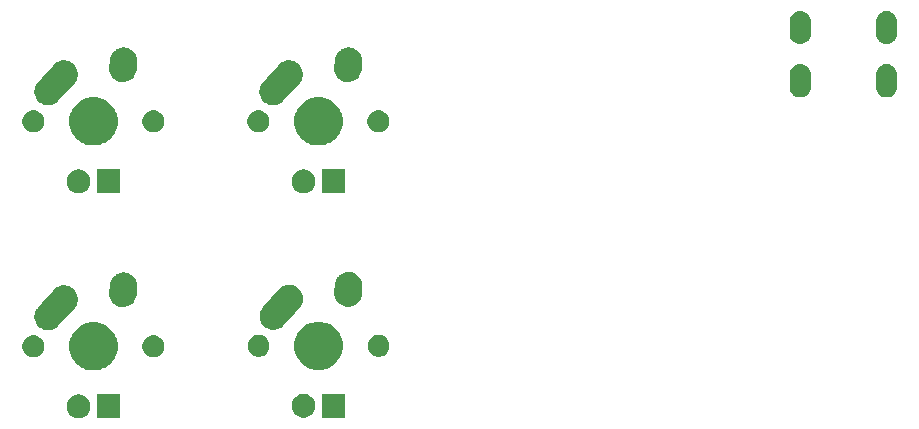
<source format=gbs>
G04 #@! TF.GenerationSoftware,KiCad,Pcbnew,(5.1.4)-1*
G04 #@! TF.CreationDate,2022-05-24T18:09:22-07:00*
G04 #@! TF.ProjectId,pcb-keyb-tut,7063622d-6b65-4796-922d-7475742e6b69,rev?*
G04 #@! TF.SameCoordinates,Original*
G04 #@! TF.FileFunction,Soldermask,Bot*
G04 #@! TF.FilePolarity,Negative*
%FSLAX46Y46*%
G04 Gerber Fmt 4.6, Leading zero omitted, Abs format (unit mm)*
G04 Created by KiCad (PCBNEW (5.1.4)-1) date 2022-05-24 18:09:22*
%MOMM*%
%LPD*%
G04 APERTURE LIST*
%ADD10C,0.100000*%
G04 APERTURE END LIST*
D10*
G36*
X69742250Y-148164750D02*
G01*
X67735250Y-148164750D01*
X67735250Y-146157750D01*
X69742250Y-146157750D01*
X69742250Y-148164750D01*
X69742250Y-148164750D01*
G37*
G36*
X66325175Y-146163238D02*
G01*
X66491460Y-146196313D01*
X66674086Y-146271959D01*
X66838444Y-146381780D01*
X66978220Y-146521556D01*
X67088041Y-146685914D01*
X67163687Y-146868540D01*
X67202250Y-147062414D01*
X67202250Y-147260086D01*
X67163687Y-147453960D01*
X67088041Y-147636586D01*
X66978220Y-147800944D01*
X66838444Y-147940720D01*
X66674086Y-148050541D01*
X66491460Y-148126187D01*
X66325175Y-148159262D01*
X66297587Y-148164750D01*
X66099913Y-148164750D01*
X66072325Y-148159262D01*
X65906040Y-148126187D01*
X65723414Y-148050541D01*
X65559056Y-147940720D01*
X65419280Y-147800944D01*
X65309459Y-147636586D01*
X65233813Y-147453960D01*
X65195250Y-147260086D01*
X65195250Y-147062414D01*
X65233813Y-146868540D01*
X65309459Y-146685914D01*
X65419280Y-146521556D01*
X65559056Y-146381780D01*
X65723414Y-146271959D01*
X65906040Y-146196313D01*
X66072325Y-146163238D01*
X66099913Y-146157750D01*
X66297587Y-146157750D01*
X66325175Y-146163238D01*
X66325175Y-146163238D01*
G37*
G36*
X88800500Y-148124500D02*
G01*
X86793500Y-148124500D01*
X86793500Y-146117500D01*
X88800500Y-146117500D01*
X88800500Y-148124500D01*
X88800500Y-148124500D01*
G37*
G36*
X85383425Y-146122988D02*
G01*
X85549710Y-146156063D01*
X85732336Y-146231709D01*
X85896694Y-146341530D01*
X86036470Y-146481306D01*
X86146291Y-146645664D01*
X86221937Y-146828290D01*
X86260500Y-147022164D01*
X86260500Y-147219836D01*
X86221937Y-147413710D01*
X86146291Y-147596336D01*
X86036470Y-147760694D01*
X85896694Y-147900470D01*
X85732336Y-148010291D01*
X85549710Y-148085937D01*
X85383425Y-148119012D01*
X85355837Y-148124500D01*
X85158163Y-148124500D01*
X85130575Y-148119012D01*
X84964290Y-148085937D01*
X84781664Y-148010291D01*
X84617306Y-147900470D01*
X84477530Y-147760694D01*
X84367709Y-147596336D01*
X84292063Y-147413710D01*
X84253500Y-147219836D01*
X84253500Y-147022164D01*
X84292063Y-146828290D01*
X84367709Y-146645664D01*
X84477530Y-146481306D01*
X84617306Y-146341530D01*
X84781664Y-146231709D01*
X84964290Y-146156063D01*
X85130575Y-146122988D01*
X85158163Y-146117500D01*
X85355837Y-146117500D01*
X85383425Y-146122988D01*
X85383425Y-146122988D01*
G37*
G36*
X68065224Y-140114934D02*
G01*
X68283224Y-140205233D01*
X68437373Y-140269083D01*
X68772298Y-140492873D01*
X69057127Y-140777702D01*
X69280917Y-141112627D01*
X69313312Y-141190836D01*
X69435066Y-141484776D01*
X69513650Y-141879844D01*
X69513650Y-142282656D01*
X69435066Y-142677724D01*
X69384201Y-142800522D01*
X69280917Y-143049873D01*
X69057127Y-143384798D01*
X68772298Y-143669627D01*
X68437373Y-143893417D01*
X68283224Y-143957267D01*
X68065224Y-144047566D01*
X67670156Y-144126150D01*
X67267344Y-144126150D01*
X66872276Y-144047566D01*
X66654276Y-143957267D01*
X66500127Y-143893417D01*
X66165202Y-143669627D01*
X65880373Y-143384798D01*
X65656583Y-143049873D01*
X65553299Y-142800522D01*
X65502434Y-142677724D01*
X65423850Y-142282656D01*
X65423850Y-141879844D01*
X65502434Y-141484776D01*
X65624188Y-141190836D01*
X65656583Y-141112627D01*
X65880373Y-140777702D01*
X66165202Y-140492873D01*
X66500127Y-140269083D01*
X66654276Y-140205233D01*
X66872276Y-140114934D01*
X67267344Y-140036350D01*
X67670156Y-140036350D01*
X68065224Y-140114934D01*
X68065224Y-140114934D01*
G37*
G36*
X87123474Y-140074684D02*
G01*
X87220648Y-140114935D01*
X87495623Y-140228833D01*
X87830548Y-140452623D01*
X88115377Y-140737452D01*
X88339167Y-141072377D01*
X88371562Y-141150586D01*
X88493316Y-141444526D01*
X88571900Y-141839594D01*
X88571900Y-142242406D01*
X88493316Y-142637474D01*
X88425779Y-142800522D01*
X88339167Y-143009623D01*
X88115377Y-143344548D01*
X87830548Y-143629377D01*
X87495623Y-143853167D01*
X87398450Y-143893417D01*
X87123474Y-144007316D01*
X86728406Y-144085900D01*
X86325594Y-144085900D01*
X85930526Y-144007316D01*
X85655550Y-143893417D01*
X85558377Y-143853167D01*
X85223452Y-143629377D01*
X84938623Y-143344548D01*
X84714833Y-143009623D01*
X84628221Y-142800522D01*
X84560684Y-142637474D01*
X84482100Y-142242406D01*
X84482100Y-141839594D01*
X84560684Y-141444526D01*
X84682438Y-141150586D01*
X84714833Y-141072377D01*
X84938623Y-140737452D01*
X85223452Y-140452623D01*
X85558377Y-140228833D01*
X85833352Y-140114935D01*
X85930526Y-140074684D01*
X86325594Y-139996100D01*
X86728406Y-139996100D01*
X87123474Y-140074684D01*
X87123474Y-140074684D01*
G37*
G36*
X62658854Y-141190835D02*
G01*
X62827376Y-141260639D01*
X62979041Y-141361978D01*
X63108022Y-141490959D01*
X63209361Y-141642624D01*
X63279165Y-141811146D01*
X63314750Y-141990047D01*
X63314750Y-142172453D01*
X63279165Y-142351354D01*
X63209361Y-142519876D01*
X63108022Y-142671541D01*
X62979041Y-142800522D01*
X62827376Y-142901861D01*
X62658854Y-142971665D01*
X62479953Y-143007250D01*
X62297547Y-143007250D01*
X62118646Y-142971665D01*
X61950124Y-142901861D01*
X61798459Y-142800522D01*
X61669478Y-142671541D01*
X61568139Y-142519876D01*
X61498335Y-142351354D01*
X61462750Y-142172453D01*
X61462750Y-141990047D01*
X61498335Y-141811146D01*
X61568139Y-141642624D01*
X61669478Y-141490959D01*
X61798459Y-141361978D01*
X61950124Y-141260639D01*
X62118646Y-141190835D01*
X62297547Y-141155250D01*
X62479953Y-141155250D01*
X62658854Y-141190835D01*
X62658854Y-141190835D01*
G37*
G36*
X72818854Y-141190835D02*
G01*
X72987376Y-141260639D01*
X73139041Y-141361978D01*
X73268022Y-141490959D01*
X73369361Y-141642624D01*
X73439165Y-141811146D01*
X73474750Y-141990047D01*
X73474750Y-142172453D01*
X73439165Y-142351354D01*
X73369361Y-142519876D01*
X73268022Y-142671541D01*
X73139041Y-142800522D01*
X72987376Y-142901861D01*
X72818854Y-142971665D01*
X72639953Y-143007250D01*
X72457547Y-143007250D01*
X72278646Y-142971665D01*
X72110124Y-142901861D01*
X71958459Y-142800522D01*
X71829478Y-142671541D01*
X71728139Y-142519876D01*
X71658335Y-142351354D01*
X71622750Y-142172453D01*
X71622750Y-141990047D01*
X71658335Y-141811146D01*
X71728139Y-141642624D01*
X71829478Y-141490959D01*
X71958459Y-141361978D01*
X72110124Y-141260639D01*
X72278646Y-141190835D01*
X72457547Y-141155250D01*
X72639953Y-141155250D01*
X72818854Y-141190835D01*
X72818854Y-141190835D01*
G37*
G36*
X91877104Y-141150585D02*
G01*
X92045626Y-141220389D01*
X92197291Y-141321728D01*
X92326272Y-141450709D01*
X92427611Y-141602374D01*
X92497415Y-141770896D01*
X92533000Y-141949797D01*
X92533000Y-142132203D01*
X92497415Y-142311104D01*
X92427611Y-142479626D01*
X92326272Y-142631291D01*
X92197291Y-142760272D01*
X92045626Y-142861611D01*
X91877104Y-142931415D01*
X91698203Y-142967000D01*
X91515797Y-142967000D01*
X91336896Y-142931415D01*
X91168374Y-142861611D01*
X91016709Y-142760272D01*
X90887728Y-142631291D01*
X90786389Y-142479626D01*
X90716585Y-142311104D01*
X90681000Y-142132203D01*
X90681000Y-141949797D01*
X90716585Y-141770896D01*
X90786389Y-141602374D01*
X90887728Y-141450709D01*
X91016709Y-141321728D01*
X91168374Y-141220389D01*
X91336896Y-141150585D01*
X91515797Y-141115000D01*
X91698203Y-141115000D01*
X91877104Y-141150585D01*
X91877104Y-141150585D01*
G37*
G36*
X81717104Y-141150585D02*
G01*
X81885626Y-141220389D01*
X82037291Y-141321728D01*
X82166272Y-141450709D01*
X82267611Y-141602374D01*
X82337415Y-141770896D01*
X82373000Y-141949797D01*
X82373000Y-142132203D01*
X82337415Y-142311104D01*
X82267611Y-142479626D01*
X82166272Y-142631291D01*
X82037291Y-142760272D01*
X81885626Y-142861611D01*
X81717104Y-142931415D01*
X81538203Y-142967000D01*
X81355797Y-142967000D01*
X81176896Y-142931415D01*
X81008374Y-142861611D01*
X80856709Y-142760272D01*
X80727728Y-142631291D01*
X80626389Y-142479626D01*
X80556585Y-142311104D01*
X80521000Y-142132203D01*
X80521000Y-141949797D01*
X80556585Y-141770896D01*
X80626389Y-141602374D01*
X80727728Y-141450709D01*
X80856709Y-141321728D01*
X81008374Y-141220389D01*
X81176896Y-141150585D01*
X81355797Y-141115000D01*
X81538203Y-141115000D01*
X81717104Y-141150585D01*
X81717104Y-141150585D01*
G37*
G36*
X64991955Y-136905131D02*
G01*
X64997395Y-136905250D01*
X65084578Y-136905250D01*
X65100847Y-136908486D01*
X65119706Y-136910765D01*
X65136282Y-136911496D01*
X65220973Y-136932260D01*
X65226268Y-136933434D01*
X65311777Y-136950443D01*
X65327112Y-136956795D01*
X65345151Y-136962705D01*
X65361271Y-136966657D01*
X65440254Y-137003530D01*
X65445244Y-137005727D01*
X65525795Y-137039092D01*
X65539591Y-137048310D01*
X65556143Y-137057632D01*
X65571176Y-137064650D01*
X65641444Y-137116221D01*
X65645942Y-137119372D01*
X65718406Y-137167791D01*
X65730133Y-137179518D01*
X65744559Y-137191898D01*
X65757929Y-137201711D01*
X65783282Y-137229403D01*
X65816771Y-137265983D01*
X65820579Y-137269964D01*
X65882209Y-137331594D01*
X65891424Y-137345385D01*
X65903146Y-137360328D01*
X65914355Y-137372571D01*
X65959549Y-137447124D01*
X65962496Y-137451751D01*
X66010908Y-137524205D01*
X66017255Y-137539527D01*
X66025842Y-137556481D01*
X66034441Y-137570667D01*
X66064228Y-137652618D01*
X66066202Y-137657698D01*
X66097204Y-137732543D01*
X66099557Y-137738224D01*
X66102791Y-137754483D01*
X66107908Y-137772792D01*
X66113575Y-137788384D01*
X66126805Y-137874595D01*
X66127751Y-137879963D01*
X66144750Y-137965423D01*
X66144750Y-137982002D01*
X66146194Y-138000942D01*
X66148713Y-138017354D01*
X66144870Y-138104499D01*
X66144750Y-138109939D01*
X66144750Y-138197076D01*
X66142471Y-138208535D01*
X66141516Y-138213333D01*
X66139238Y-138232191D01*
X66138506Y-138248781D01*
X66117738Y-138333487D01*
X66116562Y-138338787D01*
X66099557Y-138424277D01*
X66093207Y-138439607D01*
X66087299Y-138457643D01*
X66083345Y-138473770D01*
X66046461Y-138552776D01*
X66044261Y-138557773D01*
X66010908Y-138638295D01*
X66001694Y-138652085D01*
X65992372Y-138668637D01*
X65985352Y-138683674D01*
X65933761Y-138753970D01*
X65930616Y-138758460D01*
X65882211Y-138830904D01*
X65825210Y-138887905D01*
X65820561Y-138892813D01*
X65181413Y-139605145D01*
X64495473Y-140369626D01*
X64367429Y-140486852D01*
X64316703Y-140517602D01*
X64169333Y-140606939D01*
X63951616Y-140686073D01*
X63722645Y-140721211D01*
X63491220Y-140711004D01*
X63266231Y-140655843D01*
X63161477Y-140606939D01*
X63056329Y-140557852D01*
X62959588Y-140486852D01*
X62869573Y-140420789D01*
X62785883Y-140329376D01*
X62713148Y-140249929D01*
X62631314Y-140114935D01*
X62593061Y-140051833D01*
X62513927Y-139834116D01*
X62478789Y-139605145D01*
X62488996Y-139373720D01*
X62544157Y-139148731D01*
X62595722Y-139038278D01*
X62642148Y-138938830D01*
X62671690Y-138898577D01*
X62744864Y-138798872D01*
X63528800Y-137925174D01*
X64031537Y-137364871D01*
X64042431Y-137350839D01*
X64055289Y-137331596D01*
X64112323Y-137274562D01*
X64116973Y-137269653D01*
X64132028Y-137252874D01*
X64153451Y-137233261D01*
X64157432Y-137229453D01*
X64219096Y-137167789D01*
X64232893Y-137158570D01*
X64247852Y-137146835D01*
X64260071Y-137135648D01*
X64308014Y-137106585D01*
X64334580Y-137090481D01*
X64339171Y-137087558D01*
X64411705Y-137039092D01*
X64427050Y-137032736D01*
X64443998Y-137024151D01*
X64458166Y-137015562D01*
X64458167Y-137015562D01*
X64458168Y-137015561D01*
X64540062Y-136985795D01*
X64545160Y-136983813D01*
X64625723Y-136950443D01*
X64642002Y-136947205D01*
X64660292Y-136942094D01*
X64675885Y-136936427D01*
X64762050Y-136923204D01*
X64767413Y-136922259D01*
X64852923Y-136905250D01*
X64869516Y-136905250D01*
X64888459Y-136903805D01*
X64904856Y-136901289D01*
X64991955Y-136905131D01*
X64991955Y-136905131D01*
G37*
G36*
X84050205Y-136864881D02*
G01*
X84055645Y-136865000D01*
X84142828Y-136865000D01*
X84159097Y-136868236D01*
X84177956Y-136870515D01*
X84194532Y-136871246D01*
X84279223Y-136892010D01*
X84284518Y-136893184D01*
X84370027Y-136910193D01*
X84385362Y-136916545D01*
X84403401Y-136922455D01*
X84419521Y-136926407D01*
X84498504Y-136963280D01*
X84503494Y-136965477D01*
X84584045Y-136998842D01*
X84597841Y-137008060D01*
X84614393Y-137017382D01*
X84629426Y-137024400D01*
X84699694Y-137075971D01*
X84704190Y-137079121D01*
X84760993Y-137117075D01*
X84776656Y-137127541D01*
X84788383Y-137139268D01*
X84802809Y-137151648D01*
X84816179Y-137161461D01*
X84853030Y-137201712D01*
X84875021Y-137225733D01*
X84878829Y-137229714D01*
X84940459Y-137291344D01*
X84949674Y-137305135D01*
X84961396Y-137320078D01*
X84972605Y-137332321D01*
X85017799Y-137406874D01*
X85020746Y-137411501D01*
X85069158Y-137483955D01*
X85075505Y-137499277D01*
X85084092Y-137516231D01*
X85092691Y-137530417D01*
X85122478Y-137612368D01*
X85124452Y-137617448D01*
X85157807Y-137697973D01*
X85157807Y-137697974D01*
X85161041Y-137714233D01*
X85166158Y-137732542D01*
X85171825Y-137748134D01*
X85185055Y-137834345D01*
X85186001Y-137839713D01*
X85203000Y-137925173D01*
X85203000Y-137941752D01*
X85204444Y-137960692D01*
X85206963Y-137977104D01*
X85203120Y-138064249D01*
X85203000Y-138069689D01*
X85203000Y-138156825D01*
X85199766Y-138173083D01*
X85197488Y-138191941D01*
X85196756Y-138208531D01*
X85175988Y-138293237D01*
X85174812Y-138298537D01*
X85157807Y-138384027D01*
X85151457Y-138399357D01*
X85145549Y-138417393D01*
X85141595Y-138433520D01*
X85104711Y-138512526D01*
X85102511Y-138517523D01*
X85069158Y-138598045D01*
X85059944Y-138611835D01*
X85050622Y-138628387D01*
X85043602Y-138643424D01*
X84992011Y-138713720D01*
X84988866Y-138718210D01*
X84940461Y-138790654D01*
X84883460Y-138847655D01*
X84878811Y-138852563D01*
X84515701Y-139257250D01*
X83553723Y-140329376D01*
X83425679Y-140446602D01*
X83359282Y-140486852D01*
X83227583Y-140566689D01*
X83009866Y-140645823D01*
X82780895Y-140680961D01*
X82549470Y-140670754D01*
X82324481Y-140615593D01*
X82219727Y-140566689D01*
X82114579Y-140517602D01*
X82017838Y-140446602D01*
X81927823Y-140380539D01*
X81808247Y-140249928D01*
X81771398Y-140209679D01*
X81689564Y-140074685D01*
X81651311Y-140011583D01*
X81572177Y-139793866D01*
X81537039Y-139564895D01*
X81547246Y-139333470D01*
X81602407Y-139108481D01*
X81655521Y-138994709D01*
X81700398Y-138898580D01*
X81704630Y-138892814D01*
X81803114Y-138758622D01*
X82480963Y-138003158D01*
X83089787Y-137324621D01*
X83100681Y-137310589D01*
X83113539Y-137291346D01*
X83170573Y-137234312D01*
X83175223Y-137229403D01*
X83190278Y-137212624D01*
X83211701Y-137193011D01*
X83215682Y-137189203D01*
X83277346Y-137127539D01*
X83291143Y-137118320D01*
X83306102Y-137106585D01*
X83318321Y-137095398D01*
X83369044Y-137064650D01*
X83392830Y-137050231D01*
X83397421Y-137047308D01*
X83469955Y-136998842D01*
X83485300Y-136992486D01*
X83502248Y-136983901D01*
X83504995Y-136982236D01*
X83516418Y-136975311D01*
X83598312Y-136945545D01*
X83603410Y-136943563D01*
X83683973Y-136910193D01*
X83700252Y-136906955D01*
X83718542Y-136901844D01*
X83734135Y-136896177D01*
X83820300Y-136882954D01*
X83825663Y-136882009D01*
X83911173Y-136865000D01*
X83927766Y-136865000D01*
X83946709Y-136863555D01*
X83963106Y-136861039D01*
X84050205Y-136864881D01*
X84050205Y-136864881D01*
G37*
G36*
X70096877Y-135823511D02*
G01*
X70117650Y-135825250D01*
X70124577Y-135825250D01*
X70219504Y-135844132D01*
X70223098Y-135844792D01*
X70318480Y-135860874D01*
X70324953Y-135863335D01*
X70344978Y-135869091D01*
X70351777Y-135870443D01*
X70414164Y-135896284D01*
X70441193Y-135907480D01*
X70444594Y-135908831D01*
X70535005Y-135943211D01*
X70540877Y-135946890D01*
X70559386Y-135956437D01*
X70565795Y-135959092D01*
X70646313Y-136012892D01*
X70649304Y-136014828D01*
X70731307Y-136066209D01*
X70736334Y-136070950D01*
X70752646Y-136083941D01*
X70758402Y-136087787D01*
X70826860Y-136156245D01*
X70829439Y-136158749D01*
X70899840Y-136225139D01*
X70903845Y-136230769D01*
X70917309Y-136246694D01*
X70922209Y-136251594D01*
X70975994Y-136332089D01*
X70978041Y-136335057D01*
X71034130Y-136413895D01*
X71036964Y-136420208D01*
X71047058Y-136438443D01*
X71050908Y-136444205D01*
X71087970Y-136533680D01*
X71089374Y-136536935D01*
X71129015Y-136625223D01*
X71130565Y-136631975D01*
X71136902Y-136651812D01*
X71139557Y-136658223D01*
X71150436Y-136712917D01*
X71158442Y-136753167D01*
X71159188Y-136756651D01*
X71180848Y-136851001D01*
X71180848Y-136851004D01*
X71181050Y-136857904D01*
X71183397Y-136878620D01*
X71184750Y-136885424D01*
X71184750Y-136982236D01*
X71184803Y-136985834D01*
X71185938Y-137024527D01*
X71185045Y-137037475D01*
X71184750Y-137046047D01*
X71184750Y-137117076D01*
X71178831Y-137146835D01*
X71178354Y-137149229D01*
X71176250Y-137165000D01*
X71137988Y-137719795D01*
X71109126Y-137890980D01*
X71026788Y-138107505D01*
X70903791Y-138303807D01*
X70744861Y-138472340D01*
X70556105Y-138606630D01*
X70344777Y-138701515D01*
X70118999Y-138753348D01*
X69887448Y-138760139D01*
X69887447Y-138760139D01*
X69841762Y-138752436D01*
X69659020Y-138721626D01*
X69442495Y-138639288D01*
X69246193Y-138516291D01*
X69077660Y-138357361D01*
X68943370Y-138168605D01*
X68848485Y-137957277D01*
X68796652Y-137731499D01*
X68791562Y-137557973D01*
X68832454Y-136965044D01*
X68832750Y-136956446D01*
X68832750Y-136885425D01*
X68837269Y-136862705D01*
X68851638Y-136790469D01*
X68852294Y-136786895D01*
X68857981Y-136753167D01*
X68868374Y-136691520D01*
X68870835Y-136685049D01*
X68876592Y-136665017D01*
X68877943Y-136658224D01*
X68880593Y-136651826D01*
X68915014Y-136568726D01*
X68916303Y-136565480D01*
X68950712Y-136474995D01*
X68954386Y-136469131D01*
X68963937Y-136450615D01*
X68966592Y-136444205D01*
X69020407Y-136363665D01*
X69022327Y-136360699D01*
X69073709Y-136278693D01*
X69078461Y-136273654D01*
X69091439Y-136257357D01*
X69095287Y-136251598D01*
X69163743Y-136183142D01*
X69166296Y-136180512D01*
X69186773Y-136158798D01*
X69232639Y-136110160D01*
X69238271Y-136106153D01*
X69254197Y-136092688D01*
X69259096Y-136087789D01*
X69339574Y-136034016D01*
X69342556Y-136031960D01*
X69421395Y-135975870D01*
X69427705Y-135973037D01*
X69445944Y-135962941D01*
X69451701Y-135959094D01*
X69451704Y-135959093D01*
X69451705Y-135959092D01*
X69541179Y-135922031D01*
X69544437Y-135920625D01*
X69632723Y-135880985D01*
X69639475Y-135879435D01*
X69659312Y-135873098D01*
X69665723Y-135870443D01*
X69760649Y-135851561D01*
X69764196Y-135850801D01*
X69858501Y-135829151D01*
X69860880Y-135829081D01*
X69865415Y-135828948D01*
X69886131Y-135826601D01*
X69892924Y-135825250D01*
X69989709Y-135825250D01*
X69993334Y-135825197D01*
X70090052Y-135822360D01*
X70096877Y-135823511D01*
X70096877Y-135823511D01*
G37*
G36*
X89155127Y-135783261D02*
G01*
X89175900Y-135785000D01*
X89182827Y-135785000D01*
X89277754Y-135803882D01*
X89281348Y-135804542D01*
X89376730Y-135820624D01*
X89383203Y-135823085D01*
X89403228Y-135828841D01*
X89410027Y-135830193D01*
X89459762Y-135850794D01*
X89499443Y-135867230D01*
X89502844Y-135868581D01*
X89593255Y-135902961D01*
X89599127Y-135906640D01*
X89617636Y-135916187D01*
X89624045Y-135918842D01*
X89704563Y-135972642D01*
X89707554Y-135974578D01*
X89789557Y-136025959D01*
X89794584Y-136030700D01*
X89810896Y-136043691D01*
X89816652Y-136047537D01*
X89885110Y-136115995D01*
X89887689Y-136118499D01*
X89958090Y-136184889D01*
X89962095Y-136190519D01*
X89975559Y-136206444D01*
X89980459Y-136211344D01*
X90025462Y-136278695D01*
X90034244Y-136291839D01*
X90036291Y-136294807D01*
X90092380Y-136373645D01*
X90095214Y-136379958D01*
X90105308Y-136398193D01*
X90109158Y-136403955D01*
X90146220Y-136493430D01*
X90147624Y-136496685D01*
X90187265Y-136584973D01*
X90188815Y-136591725D01*
X90195152Y-136611562D01*
X90197807Y-136617973D01*
X90216692Y-136712917D01*
X90217438Y-136716401D01*
X90239098Y-136810751D01*
X90239098Y-136810754D01*
X90239300Y-136817654D01*
X90241647Y-136838370D01*
X90243000Y-136845174D01*
X90243000Y-136941986D01*
X90243053Y-136945584D01*
X90244188Y-136984277D01*
X90243295Y-136997225D01*
X90243000Y-137005797D01*
X90243000Y-137076826D01*
X90237081Y-137106585D01*
X90236604Y-137108979D01*
X90234500Y-137124750D01*
X90196238Y-137679545D01*
X90167376Y-137850730D01*
X90085038Y-138067255D01*
X89962041Y-138263557D01*
X89803111Y-138432090D01*
X89614355Y-138566380D01*
X89403027Y-138661265D01*
X89177249Y-138713098D01*
X88945698Y-138719889D01*
X88945697Y-138719889D01*
X88900012Y-138712186D01*
X88717270Y-138681376D01*
X88500745Y-138599038D01*
X88304443Y-138476041D01*
X88135910Y-138317111D01*
X88001620Y-138128355D01*
X87906735Y-137917027D01*
X87854902Y-137691249D01*
X87849812Y-137517723D01*
X87890704Y-136924794D01*
X87891000Y-136916196D01*
X87891000Y-136845175D01*
X87897847Y-136810751D01*
X87909888Y-136750219D01*
X87910544Y-136746645D01*
X87916231Y-136712917D01*
X87926624Y-136651270D01*
X87929085Y-136644799D01*
X87934842Y-136624767D01*
X87936193Y-136617974D01*
X87938843Y-136611576D01*
X87973264Y-136528476D01*
X87974553Y-136525230D01*
X88008962Y-136434745D01*
X88012636Y-136428881D01*
X88022187Y-136410365D01*
X88024842Y-136403955D01*
X88078657Y-136323415D01*
X88080577Y-136320449D01*
X88131959Y-136238443D01*
X88136711Y-136233404D01*
X88149689Y-136217107D01*
X88153537Y-136211348D01*
X88221993Y-136142892D01*
X88224546Y-136140262D01*
X88245023Y-136118548D01*
X88290889Y-136069910D01*
X88296521Y-136065903D01*
X88312447Y-136052438D01*
X88317346Y-136047539D01*
X88397824Y-135993766D01*
X88400806Y-135991710D01*
X88479645Y-135935620D01*
X88485955Y-135932787D01*
X88504194Y-135922691D01*
X88509951Y-135918844D01*
X88509954Y-135918843D01*
X88509955Y-135918842D01*
X88599429Y-135881781D01*
X88602687Y-135880375D01*
X88690973Y-135840735D01*
X88697725Y-135839185D01*
X88717562Y-135832848D01*
X88723973Y-135830193D01*
X88818899Y-135811311D01*
X88822446Y-135810551D01*
X88916751Y-135788901D01*
X88919130Y-135788831D01*
X88923665Y-135788698D01*
X88944381Y-135786351D01*
X88951174Y-135785000D01*
X89047959Y-135785000D01*
X89051584Y-135784947D01*
X89148302Y-135782110D01*
X89155127Y-135783261D01*
X89155127Y-135783261D01*
G37*
G36*
X85375175Y-127113238D02*
G01*
X85541460Y-127146313D01*
X85724086Y-127221959D01*
X85888444Y-127331780D01*
X86028220Y-127471556D01*
X86138041Y-127635914D01*
X86213687Y-127818540D01*
X86252250Y-128012414D01*
X86252250Y-128210086D01*
X86213687Y-128403960D01*
X86138041Y-128586586D01*
X86028220Y-128750944D01*
X85888444Y-128890720D01*
X85724086Y-129000541D01*
X85541460Y-129076187D01*
X85375175Y-129109262D01*
X85347587Y-129114750D01*
X85149913Y-129114750D01*
X85122325Y-129109262D01*
X84956040Y-129076187D01*
X84773414Y-129000541D01*
X84609056Y-128890720D01*
X84469280Y-128750944D01*
X84359459Y-128586586D01*
X84283813Y-128403960D01*
X84245250Y-128210086D01*
X84245250Y-128012414D01*
X84283813Y-127818540D01*
X84359459Y-127635914D01*
X84469280Y-127471556D01*
X84609056Y-127331780D01*
X84773414Y-127221959D01*
X84956040Y-127146313D01*
X85122325Y-127113238D01*
X85149913Y-127107750D01*
X85347587Y-127107750D01*
X85375175Y-127113238D01*
X85375175Y-127113238D01*
G37*
G36*
X88792250Y-129114750D02*
G01*
X86785250Y-129114750D01*
X86785250Y-127107750D01*
X88792250Y-127107750D01*
X88792250Y-129114750D01*
X88792250Y-129114750D01*
G37*
G36*
X66325175Y-127113238D02*
G01*
X66491460Y-127146313D01*
X66674086Y-127221959D01*
X66838444Y-127331780D01*
X66978220Y-127471556D01*
X67088041Y-127635914D01*
X67163687Y-127818540D01*
X67202250Y-128012414D01*
X67202250Y-128210086D01*
X67163687Y-128403960D01*
X67088041Y-128586586D01*
X66978220Y-128750944D01*
X66838444Y-128890720D01*
X66674086Y-129000541D01*
X66491460Y-129076187D01*
X66325175Y-129109262D01*
X66297587Y-129114750D01*
X66099913Y-129114750D01*
X66072325Y-129109262D01*
X65906040Y-129076187D01*
X65723414Y-129000541D01*
X65559056Y-128890720D01*
X65419280Y-128750944D01*
X65309459Y-128586586D01*
X65233813Y-128403960D01*
X65195250Y-128210086D01*
X65195250Y-128012414D01*
X65233813Y-127818540D01*
X65309459Y-127635914D01*
X65419280Y-127471556D01*
X65559056Y-127331780D01*
X65723414Y-127221959D01*
X65906040Y-127146313D01*
X66072325Y-127113238D01*
X66099913Y-127107750D01*
X66297587Y-127107750D01*
X66325175Y-127113238D01*
X66325175Y-127113238D01*
G37*
G36*
X69742250Y-129114750D02*
G01*
X67735250Y-129114750D01*
X67735250Y-127107750D01*
X69742250Y-127107750D01*
X69742250Y-129114750D01*
X69742250Y-129114750D01*
G37*
G36*
X87115224Y-121064934D02*
G01*
X87333224Y-121155233D01*
X87487373Y-121219083D01*
X87822298Y-121442873D01*
X88107127Y-121727702D01*
X88330917Y-122062627D01*
X88363312Y-122140836D01*
X88485066Y-122434776D01*
X88563650Y-122829844D01*
X88563650Y-123232656D01*
X88485066Y-123627724D01*
X88434201Y-123750522D01*
X88330917Y-123999873D01*
X88107127Y-124334798D01*
X87822298Y-124619627D01*
X87487373Y-124843417D01*
X87333224Y-124907267D01*
X87115224Y-124997566D01*
X86720156Y-125076150D01*
X86317344Y-125076150D01*
X85922276Y-124997566D01*
X85704276Y-124907267D01*
X85550127Y-124843417D01*
X85215202Y-124619627D01*
X84930373Y-124334798D01*
X84706583Y-123999873D01*
X84603299Y-123750522D01*
X84552434Y-123627724D01*
X84473850Y-123232656D01*
X84473850Y-122829844D01*
X84552434Y-122434776D01*
X84674188Y-122140836D01*
X84706583Y-122062627D01*
X84930373Y-121727702D01*
X85215202Y-121442873D01*
X85550127Y-121219083D01*
X85704276Y-121155233D01*
X85922276Y-121064934D01*
X86317344Y-120986350D01*
X86720156Y-120986350D01*
X87115224Y-121064934D01*
X87115224Y-121064934D01*
G37*
G36*
X68065224Y-121064934D02*
G01*
X68283224Y-121155233D01*
X68437373Y-121219083D01*
X68772298Y-121442873D01*
X69057127Y-121727702D01*
X69280917Y-122062627D01*
X69313312Y-122140836D01*
X69435066Y-122434776D01*
X69513650Y-122829844D01*
X69513650Y-123232656D01*
X69435066Y-123627724D01*
X69384201Y-123750522D01*
X69280917Y-123999873D01*
X69057127Y-124334798D01*
X68772298Y-124619627D01*
X68437373Y-124843417D01*
X68283224Y-124907267D01*
X68065224Y-124997566D01*
X67670156Y-125076150D01*
X67267344Y-125076150D01*
X66872276Y-124997566D01*
X66654276Y-124907267D01*
X66500127Y-124843417D01*
X66165202Y-124619627D01*
X65880373Y-124334798D01*
X65656583Y-123999873D01*
X65553299Y-123750522D01*
X65502434Y-123627724D01*
X65423850Y-123232656D01*
X65423850Y-122829844D01*
X65502434Y-122434776D01*
X65624188Y-122140836D01*
X65656583Y-122062627D01*
X65880373Y-121727702D01*
X66165202Y-121442873D01*
X66500127Y-121219083D01*
X66654276Y-121155233D01*
X66872276Y-121064934D01*
X67267344Y-120986350D01*
X67670156Y-120986350D01*
X68065224Y-121064934D01*
X68065224Y-121064934D01*
G37*
G36*
X91868854Y-122140835D02*
G01*
X92037376Y-122210639D01*
X92189041Y-122311978D01*
X92318022Y-122440959D01*
X92419361Y-122592624D01*
X92489165Y-122761146D01*
X92524750Y-122940047D01*
X92524750Y-123122453D01*
X92489165Y-123301354D01*
X92419361Y-123469876D01*
X92318022Y-123621541D01*
X92189041Y-123750522D01*
X92037376Y-123851861D01*
X91868854Y-123921665D01*
X91689953Y-123957250D01*
X91507547Y-123957250D01*
X91328646Y-123921665D01*
X91160124Y-123851861D01*
X91008459Y-123750522D01*
X90879478Y-123621541D01*
X90778139Y-123469876D01*
X90708335Y-123301354D01*
X90672750Y-123122453D01*
X90672750Y-122940047D01*
X90708335Y-122761146D01*
X90778139Y-122592624D01*
X90879478Y-122440959D01*
X91008459Y-122311978D01*
X91160124Y-122210639D01*
X91328646Y-122140835D01*
X91507547Y-122105250D01*
X91689953Y-122105250D01*
X91868854Y-122140835D01*
X91868854Y-122140835D01*
G37*
G36*
X81708854Y-122140835D02*
G01*
X81877376Y-122210639D01*
X82029041Y-122311978D01*
X82158022Y-122440959D01*
X82259361Y-122592624D01*
X82329165Y-122761146D01*
X82364750Y-122940047D01*
X82364750Y-123122453D01*
X82329165Y-123301354D01*
X82259361Y-123469876D01*
X82158022Y-123621541D01*
X82029041Y-123750522D01*
X81877376Y-123851861D01*
X81708854Y-123921665D01*
X81529953Y-123957250D01*
X81347547Y-123957250D01*
X81168646Y-123921665D01*
X81000124Y-123851861D01*
X80848459Y-123750522D01*
X80719478Y-123621541D01*
X80618139Y-123469876D01*
X80548335Y-123301354D01*
X80512750Y-123122453D01*
X80512750Y-122940047D01*
X80548335Y-122761146D01*
X80618139Y-122592624D01*
X80719478Y-122440959D01*
X80848459Y-122311978D01*
X81000124Y-122210639D01*
X81168646Y-122140835D01*
X81347547Y-122105250D01*
X81529953Y-122105250D01*
X81708854Y-122140835D01*
X81708854Y-122140835D01*
G37*
G36*
X72818854Y-122140835D02*
G01*
X72987376Y-122210639D01*
X73139041Y-122311978D01*
X73268022Y-122440959D01*
X73369361Y-122592624D01*
X73439165Y-122761146D01*
X73474750Y-122940047D01*
X73474750Y-123122453D01*
X73439165Y-123301354D01*
X73369361Y-123469876D01*
X73268022Y-123621541D01*
X73139041Y-123750522D01*
X72987376Y-123851861D01*
X72818854Y-123921665D01*
X72639953Y-123957250D01*
X72457547Y-123957250D01*
X72278646Y-123921665D01*
X72110124Y-123851861D01*
X71958459Y-123750522D01*
X71829478Y-123621541D01*
X71728139Y-123469876D01*
X71658335Y-123301354D01*
X71622750Y-123122453D01*
X71622750Y-122940047D01*
X71658335Y-122761146D01*
X71728139Y-122592624D01*
X71829478Y-122440959D01*
X71958459Y-122311978D01*
X72110124Y-122210639D01*
X72278646Y-122140835D01*
X72457547Y-122105250D01*
X72639953Y-122105250D01*
X72818854Y-122140835D01*
X72818854Y-122140835D01*
G37*
G36*
X62658854Y-122140835D02*
G01*
X62827376Y-122210639D01*
X62979041Y-122311978D01*
X63108022Y-122440959D01*
X63209361Y-122592624D01*
X63279165Y-122761146D01*
X63314750Y-122940047D01*
X63314750Y-123122453D01*
X63279165Y-123301354D01*
X63209361Y-123469876D01*
X63108022Y-123621541D01*
X62979041Y-123750522D01*
X62827376Y-123851861D01*
X62658854Y-123921665D01*
X62479953Y-123957250D01*
X62297547Y-123957250D01*
X62118646Y-123921665D01*
X61950124Y-123851861D01*
X61798459Y-123750522D01*
X61669478Y-123621541D01*
X61568139Y-123469876D01*
X61498335Y-123301354D01*
X61462750Y-123122453D01*
X61462750Y-122940047D01*
X61498335Y-122761146D01*
X61568139Y-122592624D01*
X61669478Y-122440959D01*
X61798459Y-122311978D01*
X61950124Y-122210639D01*
X62118646Y-122140835D01*
X62297547Y-122105250D01*
X62479953Y-122105250D01*
X62658854Y-122140835D01*
X62658854Y-122140835D01*
G37*
G36*
X84041955Y-117855131D02*
G01*
X84047395Y-117855250D01*
X84134578Y-117855250D01*
X84150847Y-117858486D01*
X84169706Y-117860765D01*
X84186282Y-117861496D01*
X84270973Y-117882260D01*
X84276268Y-117883434D01*
X84361777Y-117900443D01*
X84377112Y-117906795D01*
X84395151Y-117912705D01*
X84411271Y-117916657D01*
X84490254Y-117953530D01*
X84495244Y-117955727D01*
X84575795Y-117989092D01*
X84589591Y-117998310D01*
X84606143Y-118007632D01*
X84621176Y-118014650D01*
X84691444Y-118066221D01*
X84695942Y-118069372D01*
X84768406Y-118117791D01*
X84780133Y-118129518D01*
X84794559Y-118141898D01*
X84807929Y-118151711D01*
X84857437Y-118205787D01*
X84866771Y-118215983D01*
X84870579Y-118219964D01*
X84932209Y-118281594D01*
X84941424Y-118295385D01*
X84953146Y-118310328D01*
X84964355Y-118322571D01*
X85009549Y-118397124D01*
X85012496Y-118401751D01*
X85060908Y-118474205D01*
X85067255Y-118489527D01*
X85075842Y-118506481D01*
X85084441Y-118520667D01*
X85114228Y-118602618D01*
X85116202Y-118607698D01*
X85149557Y-118688223D01*
X85149557Y-118688224D01*
X85152791Y-118704483D01*
X85157908Y-118722792D01*
X85163575Y-118738384D01*
X85176805Y-118824595D01*
X85177751Y-118829963D01*
X85194750Y-118915423D01*
X85194750Y-118932002D01*
X85196194Y-118950942D01*
X85198713Y-118967354D01*
X85194870Y-119054499D01*
X85194750Y-119059939D01*
X85194750Y-119147075D01*
X85191516Y-119163333D01*
X85189238Y-119182191D01*
X85188506Y-119198781D01*
X85167738Y-119283487D01*
X85166562Y-119288787D01*
X85149557Y-119374277D01*
X85143207Y-119389607D01*
X85137299Y-119407643D01*
X85133345Y-119423770D01*
X85096461Y-119502776D01*
X85094261Y-119507773D01*
X85060908Y-119588295D01*
X85051694Y-119602085D01*
X85042372Y-119618637D01*
X85035352Y-119633674D01*
X84983761Y-119703970D01*
X84980616Y-119708460D01*
X84932211Y-119780904D01*
X84875210Y-119837905D01*
X84870561Y-119842813D01*
X84486927Y-120270374D01*
X83545473Y-121319626D01*
X83417429Y-121436852D01*
X83318381Y-121496895D01*
X83219333Y-121556939D01*
X83001616Y-121636073D01*
X82772645Y-121671211D01*
X82541220Y-121661004D01*
X82316231Y-121605843D01*
X82211477Y-121556939D01*
X82106329Y-121507852D01*
X82009588Y-121436852D01*
X81919573Y-121370789D01*
X81845144Y-121289491D01*
X81763148Y-121199929D01*
X81681314Y-121064935D01*
X81643061Y-121001833D01*
X81563927Y-120784116D01*
X81528789Y-120555145D01*
X81538996Y-120323720D01*
X81594157Y-120098731D01*
X81645722Y-119988278D01*
X81692148Y-119888830D01*
X81692150Y-119888827D01*
X81794864Y-119748872D01*
X82541159Y-118917125D01*
X83081537Y-118314871D01*
X83092431Y-118300839D01*
X83105289Y-118281596D01*
X83162323Y-118224562D01*
X83166973Y-118219653D01*
X83182028Y-118202874D01*
X83203451Y-118183261D01*
X83207432Y-118179453D01*
X83269096Y-118117789D01*
X83282893Y-118108570D01*
X83297852Y-118096835D01*
X83310071Y-118085648D01*
X83342135Y-118066211D01*
X83384580Y-118040481D01*
X83389171Y-118037558D01*
X83461705Y-117989092D01*
X83477050Y-117982736D01*
X83493998Y-117974151D01*
X83508166Y-117965562D01*
X83508167Y-117965562D01*
X83508168Y-117965561D01*
X83590062Y-117935795D01*
X83595160Y-117933813D01*
X83675723Y-117900443D01*
X83692002Y-117897205D01*
X83710292Y-117892094D01*
X83725885Y-117886427D01*
X83812050Y-117873204D01*
X83817413Y-117872259D01*
X83902923Y-117855250D01*
X83919516Y-117855250D01*
X83938459Y-117853805D01*
X83954856Y-117851289D01*
X84041955Y-117855131D01*
X84041955Y-117855131D01*
G37*
G36*
X64991955Y-117855131D02*
G01*
X64997395Y-117855250D01*
X65084578Y-117855250D01*
X65100847Y-117858486D01*
X65119706Y-117860765D01*
X65136282Y-117861496D01*
X65220973Y-117882260D01*
X65226268Y-117883434D01*
X65311777Y-117900443D01*
X65327112Y-117906795D01*
X65345151Y-117912705D01*
X65361271Y-117916657D01*
X65440254Y-117953530D01*
X65445244Y-117955727D01*
X65525795Y-117989092D01*
X65539591Y-117998310D01*
X65556143Y-118007632D01*
X65571176Y-118014650D01*
X65641444Y-118066221D01*
X65645942Y-118069372D01*
X65718406Y-118117791D01*
X65730133Y-118129518D01*
X65744559Y-118141898D01*
X65757929Y-118151711D01*
X65807437Y-118205787D01*
X65816771Y-118215983D01*
X65820579Y-118219964D01*
X65882209Y-118281594D01*
X65891424Y-118295385D01*
X65903146Y-118310328D01*
X65914355Y-118322571D01*
X65959549Y-118397124D01*
X65962496Y-118401751D01*
X66010908Y-118474205D01*
X66017255Y-118489527D01*
X66025842Y-118506481D01*
X66034441Y-118520667D01*
X66064228Y-118602618D01*
X66066202Y-118607698D01*
X66099557Y-118688223D01*
X66099557Y-118688224D01*
X66102791Y-118704483D01*
X66107908Y-118722792D01*
X66113575Y-118738384D01*
X66126805Y-118824595D01*
X66127751Y-118829963D01*
X66144750Y-118915423D01*
X66144750Y-118932002D01*
X66146194Y-118950942D01*
X66148713Y-118967354D01*
X66144870Y-119054499D01*
X66144750Y-119059939D01*
X66144750Y-119147075D01*
X66141516Y-119163333D01*
X66139238Y-119182191D01*
X66138506Y-119198781D01*
X66117738Y-119283487D01*
X66116562Y-119288787D01*
X66099557Y-119374277D01*
X66093207Y-119389607D01*
X66087299Y-119407643D01*
X66083345Y-119423770D01*
X66046461Y-119502776D01*
X66044261Y-119507773D01*
X66010908Y-119588295D01*
X66001694Y-119602085D01*
X65992372Y-119618637D01*
X65985352Y-119633674D01*
X65933761Y-119703970D01*
X65930616Y-119708460D01*
X65882211Y-119780904D01*
X65825210Y-119837905D01*
X65820561Y-119842813D01*
X65436927Y-120270374D01*
X64495473Y-121319626D01*
X64367429Y-121436852D01*
X64268381Y-121496895D01*
X64169333Y-121556939D01*
X63951616Y-121636073D01*
X63722645Y-121671211D01*
X63491220Y-121661004D01*
X63266231Y-121605843D01*
X63161477Y-121556939D01*
X63056329Y-121507852D01*
X62959588Y-121436852D01*
X62869573Y-121370789D01*
X62795144Y-121289491D01*
X62713148Y-121199929D01*
X62631314Y-121064935D01*
X62593061Y-121001833D01*
X62513927Y-120784116D01*
X62478789Y-120555145D01*
X62488996Y-120323720D01*
X62544157Y-120098731D01*
X62595722Y-119988278D01*
X62642148Y-119888830D01*
X62642150Y-119888827D01*
X62744864Y-119748872D01*
X63491159Y-118917125D01*
X64031537Y-118314871D01*
X64042431Y-118300839D01*
X64055289Y-118281596D01*
X64112323Y-118224562D01*
X64116973Y-118219653D01*
X64132028Y-118202874D01*
X64153451Y-118183261D01*
X64157432Y-118179453D01*
X64219096Y-118117789D01*
X64232893Y-118108570D01*
X64247852Y-118096835D01*
X64260071Y-118085648D01*
X64292135Y-118066211D01*
X64334580Y-118040481D01*
X64339171Y-118037558D01*
X64411705Y-117989092D01*
X64427050Y-117982736D01*
X64443998Y-117974151D01*
X64458166Y-117965562D01*
X64458167Y-117965562D01*
X64458168Y-117965561D01*
X64540062Y-117935795D01*
X64545160Y-117933813D01*
X64625723Y-117900443D01*
X64642002Y-117897205D01*
X64660292Y-117892094D01*
X64675885Y-117886427D01*
X64762050Y-117873204D01*
X64767413Y-117872259D01*
X64852923Y-117855250D01*
X64869516Y-117855250D01*
X64888459Y-117853805D01*
X64904856Y-117851289D01*
X64991955Y-117855131D01*
X64991955Y-117855131D01*
G37*
G36*
X134795377Y-118205787D02*
G01*
X134965216Y-118257307D01*
X135121741Y-118340972D01*
X135157479Y-118370302D01*
X135258936Y-118453564D01*
X135314004Y-118520666D01*
X135371528Y-118590759D01*
X135455193Y-118747284D01*
X135506713Y-118917123D01*
X135506713Y-118917125D01*
X135519750Y-119049490D01*
X135519750Y-120138010D01*
X135513231Y-120204193D01*
X135506713Y-120270377D01*
X135455193Y-120440216D01*
X135371528Y-120596741D01*
X135342198Y-120632479D01*
X135258936Y-120733936D01*
X135121739Y-120846529D01*
X134965217Y-120930192D01*
X134965215Y-120930193D01*
X134795376Y-120981713D01*
X134618750Y-120999109D01*
X134442123Y-120981713D01*
X134272284Y-120930193D01*
X134115759Y-120846528D01*
X134039716Y-120784121D01*
X133978564Y-120733936D01*
X133865971Y-120596739D01*
X133782308Y-120440217D01*
X133782307Y-120440215D01*
X133730787Y-120270376D01*
X133717750Y-120138007D01*
X133717751Y-119049492D01*
X133730788Y-118917123D01*
X133782308Y-118747284D01*
X133865973Y-118590759D01*
X133923497Y-118520666D01*
X133978565Y-118453564D01*
X134080022Y-118370302D01*
X134115760Y-118340972D01*
X134272285Y-118257307D01*
X134442124Y-118205787D01*
X134618750Y-118188391D01*
X134795377Y-118205787D01*
X134795377Y-118205787D01*
G37*
G36*
X127495377Y-118205787D02*
G01*
X127665216Y-118257307D01*
X127821741Y-118340972D01*
X127857479Y-118370302D01*
X127958936Y-118453564D01*
X128014004Y-118520666D01*
X128071528Y-118590759D01*
X128155193Y-118747284D01*
X128206713Y-118917123D01*
X128206713Y-118917125D01*
X128219750Y-119049490D01*
X128219750Y-120138010D01*
X128213231Y-120204193D01*
X128206713Y-120270377D01*
X128155193Y-120440216D01*
X128071528Y-120596741D01*
X128042198Y-120632479D01*
X127958936Y-120733936D01*
X127821739Y-120846529D01*
X127665217Y-120930192D01*
X127665215Y-120930193D01*
X127495376Y-120981713D01*
X127318750Y-120999109D01*
X127142123Y-120981713D01*
X126972284Y-120930193D01*
X126815759Y-120846528D01*
X126739716Y-120784121D01*
X126678564Y-120733936D01*
X126565971Y-120596739D01*
X126482308Y-120440217D01*
X126482307Y-120440215D01*
X126430787Y-120270376D01*
X126417750Y-120138007D01*
X126417751Y-119049492D01*
X126430788Y-118917123D01*
X126482308Y-118747284D01*
X126565973Y-118590759D01*
X126623497Y-118520666D01*
X126678565Y-118453564D01*
X126780022Y-118370302D01*
X126815760Y-118340972D01*
X126972285Y-118257307D01*
X127142124Y-118205787D01*
X127318750Y-118188391D01*
X127495377Y-118205787D01*
X127495377Y-118205787D01*
G37*
G36*
X70096877Y-116773511D02*
G01*
X70117650Y-116775250D01*
X70124577Y-116775250D01*
X70219504Y-116794132D01*
X70223098Y-116794792D01*
X70318480Y-116810874D01*
X70324953Y-116813335D01*
X70344978Y-116819091D01*
X70351777Y-116820443D01*
X70414164Y-116846284D01*
X70441193Y-116857480D01*
X70444594Y-116858831D01*
X70535005Y-116893211D01*
X70540877Y-116896890D01*
X70559386Y-116906437D01*
X70565795Y-116909092D01*
X70646313Y-116962892D01*
X70649304Y-116964828D01*
X70731307Y-117016209D01*
X70736334Y-117020950D01*
X70752646Y-117033941D01*
X70758402Y-117037787D01*
X70826860Y-117106245D01*
X70829439Y-117108749D01*
X70899840Y-117175139D01*
X70903845Y-117180769D01*
X70917309Y-117196694D01*
X70922209Y-117201594D01*
X70975994Y-117282089D01*
X70978041Y-117285057D01*
X71034130Y-117363895D01*
X71036964Y-117370208D01*
X71047058Y-117388443D01*
X71050908Y-117394205D01*
X71087970Y-117483680D01*
X71089374Y-117486935D01*
X71129015Y-117575223D01*
X71130565Y-117581975D01*
X71136902Y-117601812D01*
X71139557Y-117608223D01*
X71158442Y-117703167D01*
X71159188Y-117706651D01*
X71180848Y-117801001D01*
X71180848Y-117801004D01*
X71181050Y-117807904D01*
X71183397Y-117828620D01*
X71184750Y-117835424D01*
X71184750Y-117932236D01*
X71184803Y-117935834D01*
X71185938Y-117974527D01*
X71185045Y-117987475D01*
X71184750Y-117996047D01*
X71184750Y-118067076D01*
X71178831Y-118096835D01*
X71178354Y-118099229D01*
X71176250Y-118115000D01*
X71137988Y-118669795D01*
X71109126Y-118840980D01*
X71026788Y-119057505D01*
X70903791Y-119253807D01*
X70744861Y-119422340D01*
X70556105Y-119556630D01*
X70344777Y-119651515D01*
X70118999Y-119703348D01*
X69887448Y-119710139D01*
X69887447Y-119710139D01*
X69841762Y-119702436D01*
X69659020Y-119671626D01*
X69442495Y-119589288D01*
X69246193Y-119466291D01*
X69077660Y-119307361D01*
X68943370Y-119118605D01*
X68848485Y-118907277D01*
X68796652Y-118681499D01*
X68791562Y-118507973D01*
X68832454Y-117915044D01*
X68832750Y-117906446D01*
X68832750Y-117835425D01*
X68851632Y-117740500D01*
X68852294Y-117736895D01*
X68857981Y-117703167D01*
X68868374Y-117641520D01*
X68870835Y-117635049D01*
X68876592Y-117615017D01*
X68877943Y-117608224D01*
X68880593Y-117601826D01*
X68915014Y-117518726D01*
X68916303Y-117515480D01*
X68950712Y-117424995D01*
X68954386Y-117419131D01*
X68963937Y-117400615D01*
X68966592Y-117394205D01*
X69020407Y-117313665D01*
X69022327Y-117310699D01*
X69073709Y-117228693D01*
X69078461Y-117223654D01*
X69091439Y-117207357D01*
X69095287Y-117201598D01*
X69163743Y-117133142D01*
X69166296Y-117130512D01*
X69186773Y-117108798D01*
X69232639Y-117060160D01*
X69238271Y-117056153D01*
X69254197Y-117042688D01*
X69259096Y-117037789D01*
X69339574Y-116984016D01*
X69342556Y-116981960D01*
X69421395Y-116925870D01*
X69427705Y-116923037D01*
X69445944Y-116912941D01*
X69451701Y-116909094D01*
X69451704Y-116909093D01*
X69451705Y-116909092D01*
X69541179Y-116872031D01*
X69544437Y-116870625D01*
X69632723Y-116830985D01*
X69639475Y-116829435D01*
X69659312Y-116823098D01*
X69665723Y-116820443D01*
X69760649Y-116801561D01*
X69764196Y-116800801D01*
X69858501Y-116779151D01*
X69860880Y-116779081D01*
X69865415Y-116778948D01*
X69886131Y-116776601D01*
X69892924Y-116775250D01*
X69989709Y-116775250D01*
X69993334Y-116775197D01*
X70090052Y-116772360D01*
X70096877Y-116773511D01*
X70096877Y-116773511D01*
G37*
G36*
X89146877Y-116773511D02*
G01*
X89167650Y-116775250D01*
X89174577Y-116775250D01*
X89269504Y-116794132D01*
X89273098Y-116794792D01*
X89368480Y-116810874D01*
X89374953Y-116813335D01*
X89394978Y-116819091D01*
X89401777Y-116820443D01*
X89464164Y-116846284D01*
X89491193Y-116857480D01*
X89494594Y-116858831D01*
X89585005Y-116893211D01*
X89590877Y-116896890D01*
X89609386Y-116906437D01*
X89615795Y-116909092D01*
X89696313Y-116962892D01*
X89699304Y-116964828D01*
X89781307Y-117016209D01*
X89786334Y-117020950D01*
X89802646Y-117033941D01*
X89808402Y-117037787D01*
X89876860Y-117106245D01*
X89879439Y-117108749D01*
X89949840Y-117175139D01*
X89953845Y-117180769D01*
X89967309Y-117196694D01*
X89972209Y-117201594D01*
X90025994Y-117282089D01*
X90028041Y-117285057D01*
X90084130Y-117363895D01*
X90086964Y-117370208D01*
X90097058Y-117388443D01*
X90100908Y-117394205D01*
X90137970Y-117483680D01*
X90139374Y-117486935D01*
X90179015Y-117575223D01*
X90180565Y-117581975D01*
X90186902Y-117601812D01*
X90189557Y-117608223D01*
X90208442Y-117703167D01*
X90209188Y-117706651D01*
X90230848Y-117801001D01*
X90230848Y-117801004D01*
X90231050Y-117807904D01*
X90233397Y-117828620D01*
X90234750Y-117835424D01*
X90234750Y-117932236D01*
X90234803Y-117935834D01*
X90235938Y-117974527D01*
X90235045Y-117987475D01*
X90234750Y-117996047D01*
X90234750Y-118067076D01*
X90228831Y-118096835D01*
X90228354Y-118099229D01*
X90226250Y-118115000D01*
X90187988Y-118669795D01*
X90159126Y-118840980D01*
X90076788Y-119057505D01*
X89953791Y-119253807D01*
X89794861Y-119422340D01*
X89606105Y-119556630D01*
X89394777Y-119651515D01*
X89168999Y-119703348D01*
X88937448Y-119710139D01*
X88937447Y-119710139D01*
X88891762Y-119702436D01*
X88709020Y-119671626D01*
X88492495Y-119589288D01*
X88296193Y-119466291D01*
X88127660Y-119307361D01*
X87993370Y-119118605D01*
X87898485Y-118907277D01*
X87846652Y-118681499D01*
X87841562Y-118507973D01*
X87882454Y-117915044D01*
X87882750Y-117906446D01*
X87882750Y-117835425D01*
X87901632Y-117740500D01*
X87902294Y-117736895D01*
X87907981Y-117703167D01*
X87918374Y-117641520D01*
X87920835Y-117635049D01*
X87926592Y-117615017D01*
X87927943Y-117608224D01*
X87930593Y-117601826D01*
X87965014Y-117518726D01*
X87966303Y-117515480D01*
X88000712Y-117424995D01*
X88004386Y-117419131D01*
X88013937Y-117400615D01*
X88016592Y-117394205D01*
X88070407Y-117313665D01*
X88072327Y-117310699D01*
X88123709Y-117228693D01*
X88128461Y-117223654D01*
X88141439Y-117207357D01*
X88145287Y-117201598D01*
X88213743Y-117133142D01*
X88216296Y-117130512D01*
X88236773Y-117108798D01*
X88282639Y-117060160D01*
X88288271Y-117056153D01*
X88304197Y-117042688D01*
X88309096Y-117037789D01*
X88389574Y-116984016D01*
X88392556Y-116981960D01*
X88471395Y-116925870D01*
X88477705Y-116923037D01*
X88495944Y-116912941D01*
X88501701Y-116909094D01*
X88501704Y-116909093D01*
X88501705Y-116909092D01*
X88591179Y-116872031D01*
X88594437Y-116870625D01*
X88682723Y-116830985D01*
X88689475Y-116829435D01*
X88709312Y-116823098D01*
X88715723Y-116820443D01*
X88810649Y-116801561D01*
X88814196Y-116800801D01*
X88908501Y-116779151D01*
X88910880Y-116779081D01*
X88915415Y-116778948D01*
X88936131Y-116776601D01*
X88942924Y-116775250D01*
X89039709Y-116775250D01*
X89043334Y-116775197D01*
X89140052Y-116772360D01*
X89146877Y-116773511D01*
X89146877Y-116773511D01*
G37*
G36*
X134795377Y-113705787D02*
G01*
X134965216Y-113757307D01*
X135121741Y-113840972D01*
X135157479Y-113870302D01*
X135258936Y-113953564D01*
X135342198Y-114055021D01*
X135371528Y-114090759D01*
X135455193Y-114247284D01*
X135506713Y-114417123D01*
X135519750Y-114549492D01*
X135519750Y-115638008D01*
X135506713Y-115770377D01*
X135455193Y-115940216D01*
X135371528Y-116096741D01*
X135342198Y-116132479D01*
X135258936Y-116233936D01*
X135121739Y-116346529D01*
X134965217Y-116430192D01*
X134965215Y-116430193D01*
X134795376Y-116481713D01*
X134618750Y-116499109D01*
X134442123Y-116481713D01*
X134272284Y-116430193D01*
X134115759Y-116346528D01*
X134080021Y-116317198D01*
X133978564Y-116233936D01*
X133865971Y-116096739D01*
X133782308Y-115940217D01*
X133782307Y-115940215D01*
X133730787Y-115770376D01*
X133717750Y-115638007D01*
X133717751Y-114549492D01*
X133730788Y-114417123D01*
X133782308Y-114247284D01*
X133865973Y-114090759D01*
X133895303Y-114055021D01*
X133978565Y-113953564D01*
X134080022Y-113870302D01*
X134115760Y-113840972D01*
X134272285Y-113757307D01*
X134442124Y-113705787D01*
X134618750Y-113688391D01*
X134795377Y-113705787D01*
X134795377Y-113705787D01*
G37*
G36*
X127495377Y-113705787D02*
G01*
X127665216Y-113757307D01*
X127821741Y-113840972D01*
X127857479Y-113870302D01*
X127958936Y-113953564D01*
X128042198Y-114055021D01*
X128071528Y-114090759D01*
X128155193Y-114247284D01*
X128206713Y-114417123D01*
X128219750Y-114549492D01*
X128219750Y-115638008D01*
X128206713Y-115770377D01*
X128155193Y-115940216D01*
X128071528Y-116096741D01*
X128042198Y-116132479D01*
X127958936Y-116233936D01*
X127821739Y-116346529D01*
X127665217Y-116430192D01*
X127665215Y-116430193D01*
X127495376Y-116481713D01*
X127318750Y-116499109D01*
X127142123Y-116481713D01*
X126972284Y-116430193D01*
X126815759Y-116346528D01*
X126780021Y-116317198D01*
X126678564Y-116233936D01*
X126565971Y-116096739D01*
X126482308Y-115940217D01*
X126482307Y-115940215D01*
X126430787Y-115770376D01*
X126417750Y-115638007D01*
X126417751Y-114549492D01*
X126430788Y-114417123D01*
X126482308Y-114247284D01*
X126565973Y-114090759D01*
X126595303Y-114055021D01*
X126678565Y-113953564D01*
X126780022Y-113870302D01*
X126815760Y-113840972D01*
X126972285Y-113757307D01*
X127142124Y-113705787D01*
X127318750Y-113688391D01*
X127495377Y-113705787D01*
X127495377Y-113705787D01*
G37*
M02*

</source>
